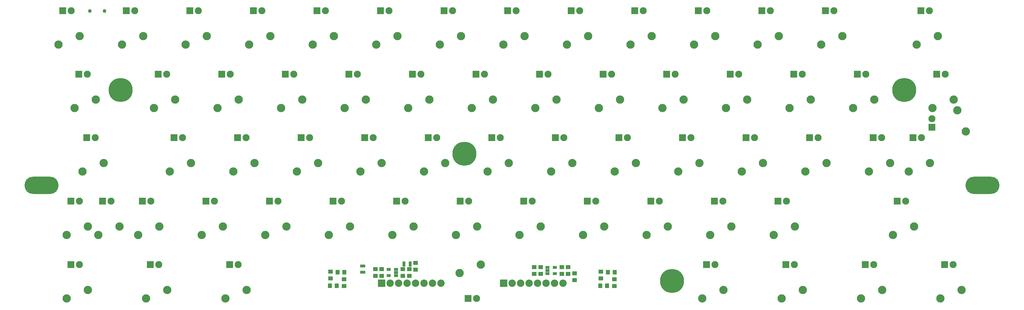
<source format=gbr>
G04 #@! TF.FileFunction,Soldermask,Top*
%FSLAX46Y46*%
G04 Gerber Fmt 4.6, Leading zero omitted, Abs format (unit mm)*
G04 Created by KiCad (PCBNEW 4.0.0-rc1-stable) date 30/12/2016 17:59:35*
%MOMM*%
G01*
G04 APERTURE LIST*
%ADD10C,0.150000*%
%ADD11C,2.108200*%
%ADD12R,2.108200X2.108200*%
%ADD13O,10.203180X5.204460*%
%ADD14C,7.203440*%
%ADD15C,7.204500*%
%ADD16C,2.203200*%
%ADD17R,2.203200X2.203200*%
%ADD18R,1.453200X1.203200*%
%ADD19R,1.263200X0.853200*%
%ADD20C,2.489200*%
%ADD21R,1.203200X1.453200*%
%ADD22R,1.503200X0.903200*%
%ADD23R,0.903200X1.503200*%
%ADD24C,1.102360*%
G04 APERTURE END LIST*
D10*
D11*
X194151250Y-155098750D03*
D12*
X191611250Y-155098750D03*
D13*
X345831200Y-121121200D03*
X63748900Y-121121200D03*
D14*
X322339900Y-92520800D03*
X252789400Y-149820700D03*
X190490000Y-111620000D03*
D15*
X87489300Y-92520800D03*
D16*
X217551000Y-150495000D03*
X220091000Y-150495000D03*
X215011000Y-150495000D03*
X212471000Y-150495000D03*
X209931000Y-150495000D03*
D17*
X202311000Y-150495000D03*
D16*
X204851000Y-150495000D03*
X207391000Y-150495000D03*
X180975000Y-150495000D03*
X183515000Y-150495000D03*
X178435000Y-150495000D03*
X175895000Y-150495000D03*
X173355000Y-150495000D03*
D17*
X165735000Y-150495000D03*
D16*
X168275000Y-150495000D03*
X170815000Y-150495000D03*
D18*
X223520000Y-149590000D03*
X223520000Y-147590000D03*
D19*
X215435000Y-145735000D03*
X215435000Y-146685000D03*
X215435000Y-147635000D03*
X217635000Y-147635000D03*
X217635000Y-145735000D03*
D20*
X80803750Y-136050020D03*
X87153750Y-133510020D03*
X318930020Y-136050020D03*
X325280020Y-133510020D03*
X323691250Y-117000020D03*
X330041250Y-114460020D03*
X340836250Y-104933750D03*
X338296250Y-98583750D03*
X326072500Y-78898750D03*
X332422500Y-76358750D03*
D18*
X235458000Y-151368000D03*
X235458000Y-149368000D03*
D21*
X231283000Y-151257000D03*
X233283000Y-151257000D03*
D18*
X231394000Y-147082000D03*
X231394000Y-149082000D03*
D21*
X235569000Y-147193000D03*
X233569000Y-147193000D03*
D18*
X221615000Y-145685000D03*
X221615000Y-147685000D03*
X219710000Y-145685000D03*
X219710000Y-147685000D03*
X213360000Y-145685000D03*
X213360000Y-147685000D03*
X211455000Y-145685000D03*
X211455000Y-147685000D03*
D19*
X170010000Y-148270000D03*
X170010000Y-147320000D03*
X170010000Y-146370000D03*
X167810000Y-146370000D03*
X167810000Y-148270000D03*
D20*
X333216250Y-155098750D03*
X339566250Y-152558750D03*
X309403750Y-155098750D03*
X315753750Y-152558750D03*
X285591250Y-155098750D03*
X291941250Y-152558750D03*
X261778750Y-155098750D03*
X268128750Y-152558750D03*
X118903750Y-155098750D03*
X125253750Y-152558750D03*
X95091250Y-155098750D03*
X101441250Y-152558750D03*
X71278750Y-155098750D03*
X77628750Y-152558750D03*
X283210000Y-136050020D03*
X289560000Y-133510020D03*
X264160000Y-136050020D03*
X270510000Y-133510020D03*
X245110000Y-136050020D03*
X251460000Y-133510020D03*
X226060000Y-136050020D03*
X232410000Y-133510020D03*
X207010000Y-136050020D03*
X213360000Y-133510020D03*
X187960000Y-136050020D03*
X194310000Y-133510020D03*
X168910000Y-136050020D03*
X175260000Y-133510020D03*
X149860000Y-136050020D03*
X156210000Y-133510020D03*
X130810000Y-136050020D03*
X137160000Y-133510020D03*
X111760000Y-136050020D03*
X118110000Y-133510020D03*
X92710000Y-136050020D03*
X99060000Y-133510020D03*
X71280020Y-136050020D03*
X77630020Y-133510020D03*
X311785000Y-117000020D03*
X318135000Y-114460020D03*
X292735000Y-117000020D03*
X299085000Y-114460020D03*
X273685000Y-117000020D03*
X280035000Y-114460020D03*
X254635000Y-117000020D03*
X260985000Y-114460020D03*
X235585000Y-117000020D03*
X241935000Y-114460020D03*
X216535000Y-117000020D03*
X222885000Y-114460020D03*
X197485000Y-117000020D03*
X203835000Y-114460020D03*
X178435000Y-117000020D03*
X184785000Y-114460020D03*
X159385000Y-117000020D03*
X165735000Y-114460020D03*
X140335000Y-117000020D03*
X146685000Y-114460020D03*
X121285000Y-117000020D03*
X127635000Y-114460020D03*
X102235000Y-117000020D03*
X108585000Y-114460020D03*
X76042520Y-117000020D03*
X82392520Y-114460020D03*
X330835000Y-97950020D03*
X337185000Y-95410020D03*
X307022500Y-97950020D03*
X313372500Y-95410020D03*
X287972500Y-97950020D03*
X294322500Y-95410020D03*
X268922500Y-97950020D03*
X275272500Y-95410020D03*
X249872500Y-97950020D03*
X256222500Y-95410020D03*
X230822500Y-97950020D03*
X237172500Y-95410020D03*
X211772500Y-97950020D03*
X218122500Y-95410020D03*
X192722500Y-97950020D03*
X199072500Y-95410020D03*
X173672500Y-97950020D03*
X180022500Y-95410020D03*
X154622500Y-97950020D03*
X160972500Y-95410020D03*
X135572500Y-97950020D03*
X141922500Y-95410020D03*
X116522500Y-97950020D03*
X122872500Y-95410020D03*
X97472500Y-97950020D03*
X103822500Y-95410020D03*
X73660000Y-97950020D03*
X80010000Y-95410020D03*
X297497500Y-78898750D03*
X303847500Y-76358750D03*
X278447500Y-78898750D03*
X284797500Y-76358750D03*
X259397500Y-78898750D03*
X265747500Y-76358750D03*
X240347500Y-78898750D03*
X246697500Y-76358750D03*
X221297500Y-78898750D03*
X227647500Y-76358750D03*
X202247500Y-78898750D03*
X208597500Y-76358750D03*
X183197500Y-78898750D03*
X189547500Y-76358750D03*
X145097500Y-78898750D03*
X151447500Y-76358750D03*
X126047500Y-78898750D03*
X132397500Y-76358750D03*
X106997500Y-78898750D03*
X113347500Y-76358750D03*
X87947500Y-78898750D03*
X94297500Y-76358750D03*
X68897500Y-78898750D03*
X75247500Y-76358750D03*
D22*
X160020000Y-147254000D03*
X160020000Y-145354000D03*
D23*
X174305000Y-144780000D03*
X172405000Y-144780000D03*
D24*
X78290360Y-68850900D03*
X82689640Y-68850900D03*
D11*
X337026250Y-144938750D03*
D12*
X334486250Y-144938750D03*
D11*
X322740020Y-125890020D03*
D12*
X320200020Y-125890020D03*
D11*
X327501250Y-106840020D03*
D12*
X324961250Y-106840020D03*
D11*
X330676250Y-101123750D03*
D12*
X330676250Y-103663750D03*
D11*
X334645000Y-87790020D03*
D12*
X332105000Y-87790020D03*
D11*
X329882500Y-68738750D03*
D12*
X327342500Y-68738750D03*
D11*
X313213750Y-144938750D03*
D12*
X310673750Y-144938750D03*
D11*
X315595000Y-106840020D03*
D12*
X313055000Y-106840020D03*
D11*
X310832500Y-87790020D03*
D12*
X308292500Y-87790020D03*
D11*
X301307500Y-68738750D03*
D12*
X298767500Y-68738750D03*
D11*
X289401250Y-144938750D03*
D12*
X286861250Y-144938750D03*
D11*
X287020000Y-125890020D03*
D12*
X284480000Y-125890020D03*
D11*
X296545000Y-106840020D03*
D12*
X294005000Y-106840020D03*
D11*
X291782500Y-87790020D03*
D12*
X289242500Y-87790020D03*
D11*
X282257500Y-68738750D03*
D12*
X279717500Y-68738750D03*
D11*
X265588750Y-144938750D03*
D12*
X263048750Y-144938750D03*
D11*
X267970000Y-125890020D03*
D12*
X265430000Y-125890020D03*
D11*
X277495000Y-106840020D03*
D12*
X274955000Y-106840020D03*
D11*
X272732500Y-87790020D03*
D12*
X270192500Y-87790020D03*
D11*
X263207500Y-68738750D03*
D12*
X260667500Y-68738750D03*
D11*
X248920000Y-125890020D03*
D12*
X246380000Y-125890020D03*
D11*
X258445000Y-106840020D03*
D12*
X255905000Y-106840020D03*
D11*
X253682500Y-87790020D03*
D12*
X251142500Y-87790020D03*
D11*
X244157500Y-68738750D03*
D12*
X241617500Y-68738750D03*
D11*
X229870000Y-125890020D03*
D12*
X227330000Y-125890020D03*
D11*
X239395000Y-106840020D03*
D12*
X236855000Y-106840020D03*
D11*
X234632500Y-87790020D03*
D12*
X232092500Y-87790020D03*
D11*
X225107500Y-68738750D03*
D12*
X222567500Y-68738750D03*
D11*
X210820000Y-125890020D03*
D12*
X208280000Y-125890020D03*
D11*
X220345000Y-106840020D03*
D12*
X217805000Y-106840020D03*
D11*
X215582500Y-87790020D03*
D12*
X213042500Y-87790020D03*
D11*
X206057500Y-68738750D03*
D12*
X203517500Y-68738750D03*
D11*
X191770000Y-125890020D03*
D12*
X189230000Y-125890020D03*
D11*
X201295000Y-106840020D03*
D12*
X198755000Y-106840020D03*
D11*
X196532500Y-87790020D03*
D12*
X193992500Y-87790020D03*
D11*
X187007500Y-68738750D03*
D12*
X184467500Y-68738750D03*
D11*
X172720000Y-125890020D03*
D12*
X170180000Y-125890020D03*
D11*
X182245000Y-106840020D03*
D12*
X179705000Y-106840020D03*
D11*
X177482500Y-87790020D03*
D12*
X174942500Y-87790020D03*
D11*
X167957500Y-68738750D03*
D12*
X165417500Y-68738750D03*
D11*
X153670000Y-125890020D03*
D12*
X151130000Y-125890020D03*
D11*
X163195000Y-106840020D03*
D12*
X160655000Y-106840020D03*
D11*
X158432500Y-87790020D03*
D12*
X155892500Y-87790020D03*
D11*
X148907500Y-68738750D03*
D12*
X146367500Y-68738750D03*
D11*
X134620000Y-125890020D03*
D12*
X132080000Y-125890020D03*
D11*
X144145000Y-106840020D03*
D12*
X141605000Y-106840020D03*
D11*
X139382500Y-87790020D03*
D12*
X136842500Y-87790020D03*
D11*
X129857500Y-68738750D03*
D12*
X127317500Y-68738750D03*
D11*
X122713750Y-144938750D03*
D12*
X120173750Y-144938750D03*
D11*
X115570000Y-125890020D03*
D12*
X113030000Y-125890020D03*
D11*
X125095000Y-106840020D03*
D12*
X122555000Y-106840020D03*
D11*
X120332500Y-87790020D03*
D12*
X117792500Y-87790020D03*
D11*
X110807500Y-68738750D03*
D12*
X108267500Y-68738750D03*
D11*
X98901250Y-144938750D03*
D12*
X96361250Y-144938750D03*
D11*
X96520000Y-125890020D03*
D12*
X93980000Y-125890020D03*
D11*
X106045000Y-106840020D03*
D12*
X103505000Y-106840020D03*
D11*
X101282500Y-87790020D03*
D12*
X98742500Y-87790020D03*
D11*
X91757500Y-68738750D03*
D12*
X89217500Y-68738750D03*
D11*
X75088750Y-144938750D03*
D12*
X72548750Y-144938750D03*
D11*
X84613750Y-125890020D03*
D12*
X82073750Y-125890020D03*
D11*
X75090020Y-125890020D03*
D12*
X72550020Y-125890020D03*
D11*
X77470000Y-87790020D03*
D12*
X74930000Y-87790020D03*
D11*
X72707500Y-68738750D03*
D12*
X70167500Y-68738750D03*
D11*
X79852520Y-106840020D03*
D12*
X77312520Y-106840020D03*
D18*
X163830000Y-148320000D03*
X163830000Y-146320000D03*
X165735000Y-148320000D03*
X165735000Y-146320000D03*
X172085000Y-148320000D03*
X172085000Y-146320000D03*
X173990000Y-148320000D03*
X173990000Y-146320000D03*
X150368000Y-147082000D03*
X150368000Y-149082000D03*
X154432000Y-151368000D03*
X154432000Y-149368000D03*
D21*
X154543000Y-147193000D03*
X152543000Y-147193000D03*
X150257000Y-151257000D03*
X152257000Y-151257000D03*
D18*
X175895000Y-144415000D03*
X175895000Y-146415000D03*
D20*
X164147500Y-78898750D03*
X170497500Y-76358750D03*
X195421250Y-144938750D03*
X189071250Y-147478750D03*
M02*

</source>
